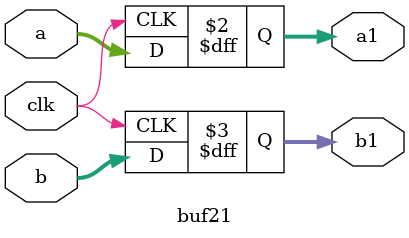
<source format=v>
`timescale 1ns / 1ps
module buf21(
    input [31:0] a,
    input [31:0] b,
    input clk,
    output reg [31:0] a1,
    output reg [31:0] b1
    );
always @(posedge clk) begin
a1<=a;
b1<=b;
end

endmodule

</source>
